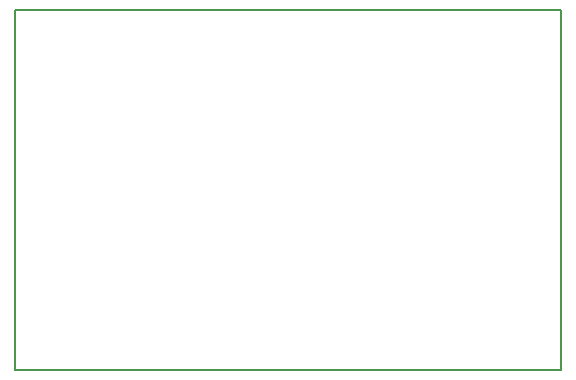
<source format=gm1>
G04 MADE WITH FRITZING*
G04 WWW.FRITZING.ORG*
G04 DOUBLE SIDED*
G04 HOLES PLATED*
G04 CONTOUR ON CENTER OF CONTOUR VECTOR*
%ASAXBY*%
%FSLAX23Y23*%
%MOIN*%
%OFA0B0*%
%SFA1.0B1.0*%
%ADD10R,1.827590X1.208420*%
%ADD11C,0.008000*%
%ADD10C,0.008*%
%LNCONTOUR*%
G90*
G70*
G54D10*
G54D11*
X4Y1204D02*
X1824Y1204D01*
X1824Y4D01*
X4Y4D01*
X4Y1204D01*
D02*
G04 End of contour*
M02*
</source>
